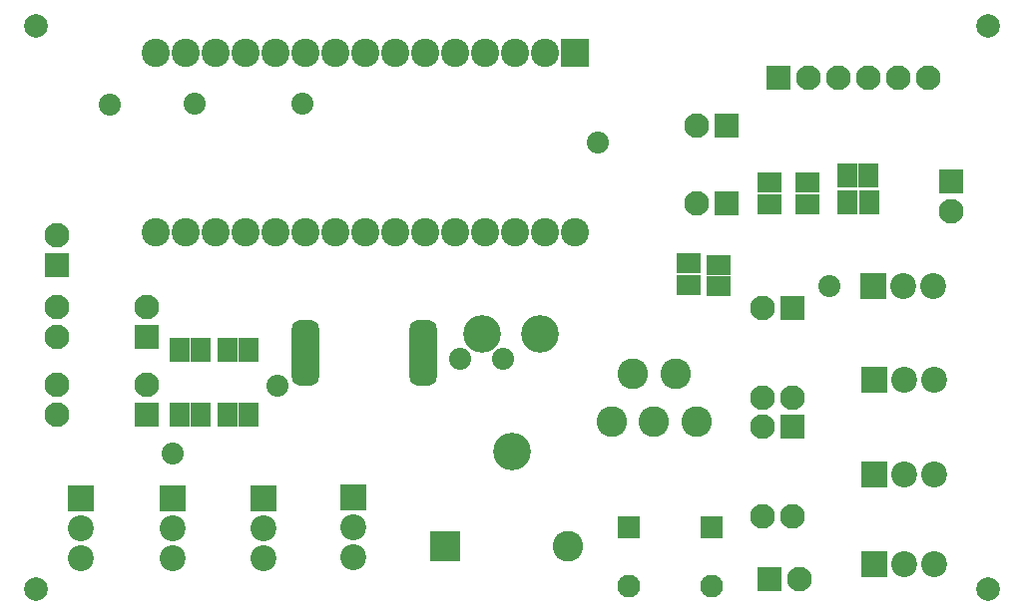
<source format=gbr>
%FSDAX33Y33*%
%MOMM*%
%SFA1B1*%

%IPPOS*%
%AMD13*
4,1,8,0.424180,2.799080,-0.424180,2.799080,-1.150620,2.075180,-1.150620,-2.075180,-0.424180,-2.799080,0.424180,-2.799080,1.150620,-2.075180,1.150620,2.075180,0.424180,2.799080,0.0*
1,1,1.449995,0.424180,2.075180*
1,1,1.449995,-0.424180,2.075180*
1,1,1.449995,-0.424180,-2.075180*
1,1,1.449995,0.424180,-2.075180*
%
%ADD11R,1.999999X1.799999*%
%ADD12R,1.799999X1.999999*%
G04~CAMADD=13~8~0.0~0.0~905.5~2204.7~285.4~0.0~15~0.0~0.0~0.0~0.0~0~0.0~0.0~0.0~0.0~0~0.0~0.0~0.0~0.0~905.5~2204.7*
%ADD13D13*%
%ADD14R,1.949999X1.949999*%
%ADD15C,1.949999*%
%ADD16C,2.399998*%
%ADD17R,2.399998X2.399998*%
%ADD18R,2.099998X2.099998*%
%ADD19C,2.099998*%
%ADD20C,2.199996*%
%ADD21R,2.199996X2.199996*%
%ADD22C,2.600000*%
%ADD23R,2.600000X2.600000*%
%ADD24C,3.199999*%
%ADD25C,2.000001*%
%ADD26C,1.869999*%
%LNfilm_top_solder-1*%
%LPD*%
G54D19*
X012217Y029032D03*
Y031572D03*
Y035636D03*
Y038176D03*
G54D18*
X012217Y041732D03*
G54D19*
X012217Y044272D03*
G54D20*
X014249Y016818D03*
Y019358D03*
G54D21*
X014249Y021898D03*
G54D18*
X019837Y029032D03*
G54D19*
X019837Y031572D03*
G54D18*
X019837Y035636D03*
G54D19*
X019837Y038176D03*
G54D16*
X020599Y044526D03*
Y059766D03*
G54D20*
X021996Y016818D03*
Y019358D03*
G54D21*
X021996Y021898D03*
G54D12*
X022620Y029032D03*
Y034493D03*
G54D16*
X023139Y044526D03*
Y059766D03*
G54D12*
X024420Y029032D03*
Y034493D03*
G54D16*
X025679Y044526D03*
Y059766D03*
G54D12*
X026684Y029032D03*
Y034493D03*
G54D16*
X028219Y044526D03*
Y059766D03*
G54D12*
X028484Y029032D03*
Y034493D03*
G54D20*
X029743Y016818D03*
Y019358D03*
G54D21*
X029743Y021898D03*
G54D16*
X030759Y044526D03*
Y059766D03*
G54D13*
X033299Y034239D03*
G54D16*
X033299Y044526D03*
Y059766D03*
X035839Y044526D03*
Y059766D03*
G54D20*
X037363Y016945D03*
Y019485D03*
G54D21*
X037363Y022025D03*
G54D16*
X038379Y044526D03*
Y059766D03*
X040919Y044526D03*
Y059766D03*
G54D13*
X043299Y034239D03*
G54D16*
X043459Y044526D03*
Y059766D03*
G54D23*
X045110Y017856D03*
G54D16*
X045999Y044526D03*
Y059766D03*
G54D24*
X048285Y035890D03*
G54D16*
X048539Y044526D03*
Y059766D03*
G54D24*
X050785Y025890D03*
G54D16*
X051079Y044526D03*
Y059766D03*
G54D24*
X053185Y035890D03*
G54D16*
X053619Y044526D03*
Y059766D03*
G54D22*
X055570Y017856D03*
G54D16*
X056159Y044526D03*
G54D17*
X056159Y059766D03*
G54D22*
X059268Y028461D03*
G54D15*
X060731Y014485D03*
G54D14*
X060731Y019485D03*
G54D22*
X061068Y032461D03*
X062868Y028461D03*
X064668Y032461D03*
G54D11*
X065811Y040059D03*
Y041859D03*
G54D19*
X066446Y046939D03*
Y053543D03*
G54D22*
X066468Y028461D03*
G54D15*
X067716Y014485D03*
G54D14*
X067716Y019485D03*
G54D11*
X068351Y039932D03*
Y041732D03*
G54D18*
X068986Y046939D03*
Y053543D03*
G54D19*
X072034Y020396D03*
Y028016D03*
Y030429D03*
Y038049D03*
G54D18*
X072669Y015062D03*
G54D11*
X072669Y046928D03*
Y048728D03*
G54D18*
X073431Y057607D03*
G54D19*
X074574Y020396D03*
G54D18*
X074574Y028016D03*
G54D19*
X074574Y030429D03*
G54D18*
X074574Y038049D03*
G54D19*
X075209Y015062D03*
G54D11*
X075844Y046928D03*
Y048728D03*
G54D19*
X075971Y057607D03*
X078511D03*
G54D12*
X079262Y049352D03*
X079273Y047066D03*
G54D19*
X081051Y057607D03*
G54D12*
X081062Y049352D03*
X081073Y047066D03*
G54D21*
X081432Y039954D03*
X081559Y016332D03*
Y023952D03*
Y031953D03*
G54D19*
X083591Y057607D03*
G54D20*
X083972Y039954D03*
X084099Y016332D03*
Y023952D03*
Y031953D03*
G54D19*
X086131Y057607D03*
G54D20*
X086512Y039954D03*
X086639Y016332D03*
Y023952D03*
Y031953D03*
G54D19*
X088036Y046304D03*
G54D18*
X088036Y048844D03*
G54D25*
X010439Y014173D03*
Y062052D03*
G54D26*
X016662Y055321D03*
X021996Y025741D03*
X023901Y055448D03*
X030886Y031445D03*
X033045Y055448D03*
X046380Y033731D03*
X050063D03*
X058075Y052146D03*
X077749Y039954D03*
G54D25*
X091211Y014173D03*
Y062052D03*
M02*
</source>
